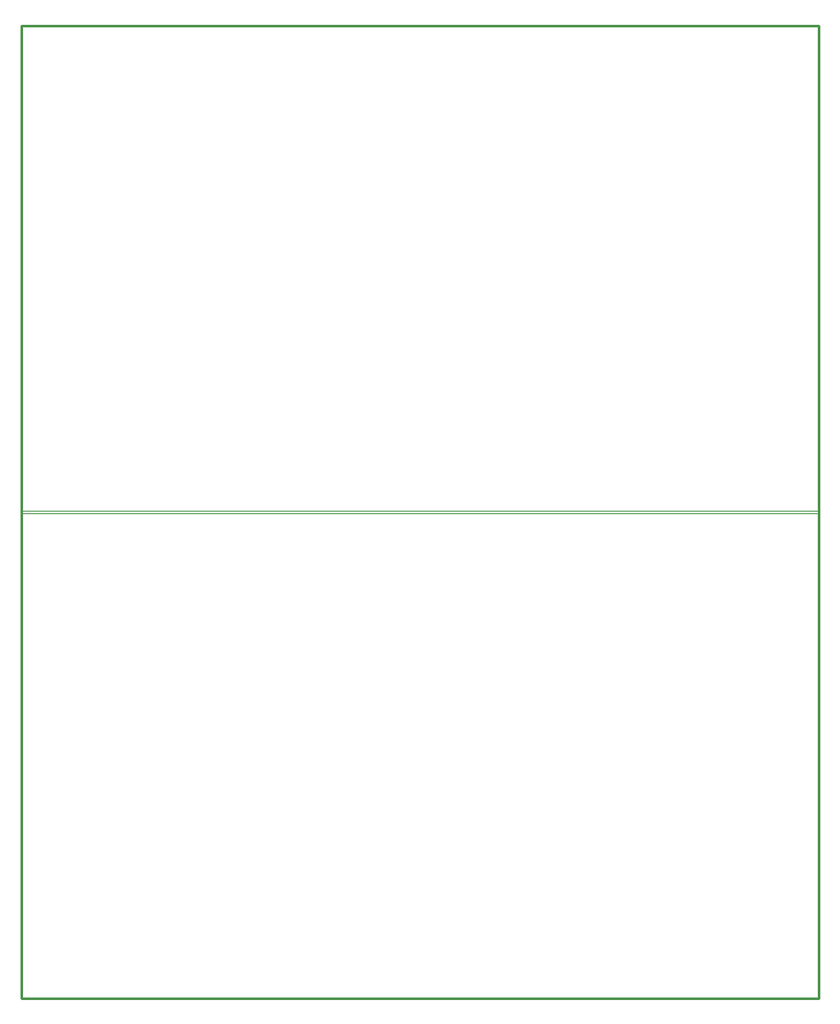
<source format=gko>
G04*
G04 #@! TF.GenerationSoftware,Altium Limited,Altium Designer,24.4.1 (13)*
G04*
G04 Layer_Color=16711935*
%FSTAX25Y25*%
%MOIN*%
G70*
G04*
G04 #@! TF.SameCoordinates,C872E002-563E-4E90-9F37-C142BC3F6998*
G04*
G04*
G04 #@! TF.FilePolarity,Positive*
G04*
G01*
G75*
%ADD26C,0.01000*%
%ADD28C,0.00394*%
D26*
X0311024D01*
X0Y0379134D02*
X0311024D01*
Y0D02*
Y0379134D01*
X0Y0D02*
Y0379134D01*
D28*
Y0D02*
X0311D01*
X0D02*
Y0189D01*
X0311D02*
X0311Y0D01*
X0Y0189D02*
X0311024Y0189D01*
X0Y0190157D02*
X0311D01*
X0D02*
Y0379157D01*
X0311D02*
X0311Y0190157D01*
X0Y0379157D02*
X0311024Y0379157D01*
M02*

</source>
